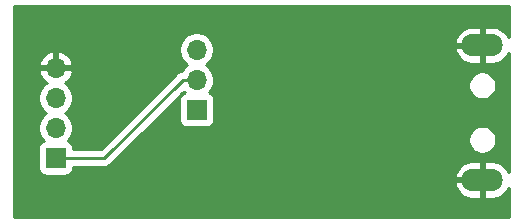
<source format=gbr>
G04 #@! TF.GenerationSoftware,KiCad,Pcbnew,(5.1.10)-1*
G04 #@! TF.CreationDate,2021-06-05T02:46:31+08:00*
G04 #@! TF.ProjectId,ch340,63683334-302e-46b6-9963-61645f706362,rev?*
G04 #@! TF.SameCoordinates,Original*
G04 #@! TF.FileFunction,Copper,L2,Bot*
G04 #@! TF.FilePolarity,Positive*
%FSLAX46Y46*%
G04 Gerber Fmt 4.6, Leading zero omitted, Abs format (unit mm)*
G04 Created by KiCad (PCBNEW (5.1.10)-1) date 2021-06-05 02:46:31*
%MOMM*%
%LPD*%
G01*
G04 APERTURE LIST*
G04 #@! TA.AperFunction,ComponentPad*
%ADD10O,3.500000X1.900000*%
G04 #@! TD*
G04 #@! TA.AperFunction,ComponentPad*
%ADD11R,1.700000X1.700000*%
G04 #@! TD*
G04 #@! TA.AperFunction,ComponentPad*
%ADD12O,1.700000X1.700000*%
G04 #@! TD*
G04 #@! TA.AperFunction,ViaPad*
%ADD13C,0.800000*%
G04 #@! TD*
G04 #@! TA.AperFunction,Conductor*
%ADD14C,0.250000*%
G04 #@! TD*
G04 #@! TA.AperFunction,Conductor*
%ADD15C,0.254000*%
G04 #@! TD*
G04 #@! TA.AperFunction,Conductor*
%ADD16C,0.100000*%
G04 #@! TD*
G04 APERTURE END LIST*
D10*
X157425000Y-92465900D03*
X157425000Y-103865900D03*
D11*
X121290000Y-102009000D03*
D12*
X121290000Y-99469000D03*
X121290000Y-96929000D03*
X121290000Y-94389000D03*
D11*
X133230000Y-97922000D03*
D12*
X133230000Y-95382000D03*
X133230000Y-92842000D03*
D13*
X138528000Y-94831600D03*
X139492100Y-92910700D03*
X146639600Y-98241600D03*
X149100000Y-105056800D03*
X145971700Y-92507300D03*
X149354100Y-101083900D03*
D14*
X133230000Y-95382000D02*
X132054700Y-95382000D01*
X132054700Y-95382000D02*
X125427700Y-102009000D01*
X125427700Y-102009000D02*
X121290000Y-102009000D01*
D15*
X159657180Y-91791312D02*
X159613436Y-91690917D01*
X159435566Y-91434938D01*
X159211175Y-91218578D01*
X158948886Y-91050152D01*
X158658778Y-90936132D01*
X158352000Y-90880900D01*
X157552000Y-90880900D01*
X157552000Y-92338900D01*
X157572000Y-92338900D01*
X157572000Y-92592900D01*
X157552000Y-92592900D01*
X157552000Y-94050900D01*
X158352000Y-94050900D01*
X158658778Y-93995668D01*
X158948886Y-93881648D01*
X159211175Y-93713222D01*
X159435566Y-93496862D01*
X159613436Y-93240883D01*
X159657180Y-93140488D01*
X159657181Y-103191313D01*
X159613436Y-103090917D01*
X159435566Y-102834938D01*
X159211175Y-102618578D01*
X158948886Y-102450152D01*
X158658778Y-102336132D01*
X158352000Y-102280900D01*
X157552000Y-102280900D01*
X157552000Y-103738900D01*
X157572000Y-103738900D01*
X157572000Y-103992900D01*
X157552000Y-103992900D01*
X157552000Y-105450900D01*
X158352000Y-105450900D01*
X158658778Y-105395668D01*
X158948886Y-105281648D01*
X159211175Y-105113222D01*
X159435566Y-104896862D01*
X159613436Y-104640883D01*
X159657181Y-104540487D01*
X159657181Y-107018220D01*
X117764160Y-107018220D01*
X117764160Y-104238488D01*
X155084414Y-104238488D01*
X155112051Y-104355121D01*
X155236564Y-104640883D01*
X155414434Y-104896862D01*
X155638825Y-105113222D01*
X155901114Y-105281648D01*
X156191222Y-105395668D01*
X156498000Y-105450900D01*
X157298000Y-105450900D01*
X157298000Y-103992900D01*
X155204416Y-103992900D01*
X155084414Y-104238488D01*
X117764160Y-104238488D01*
X117764160Y-101159000D01*
X119801928Y-101159000D01*
X119801928Y-102859000D01*
X119814188Y-102983482D01*
X119850498Y-103103180D01*
X119909463Y-103213494D01*
X119988815Y-103310185D01*
X120085506Y-103389537D01*
X120195820Y-103448502D01*
X120315518Y-103484812D01*
X120440000Y-103497072D01*
X122140000Y-103497072D01*
X122178177Y-103493312D01*
X155084414Y-103493312D01*
X155204416Y-103738900D01*
X157298000Y-103738900D01*
X157298000Y-102280900D01*
X156498000Y-102280900D01*
X156191222Y-102336132D01*
X155901114Y-102450152D01*
X155638825Y-102618578D01*
X155414434Y-102834938D01*
X155236564Y-103090917D01*
X155112051Y-103376679D01*
X155084414Y-103493312D01*
X122178177Y-103493312D01*
X122264482Y-103484812D01*
X122384180Y-103448502D01*
X122494494Y-103389537D01*
X122591185Y-103310185D01*
X122670537Y-103213494D01*
X122729502Y-103103180D01*
X122765812Y-102983482D01*
X122778072Y-102859000D01*
X122778072Y-102769000D01*
X125390378Y-102769000D01*
X125427700Y-102772676D01*
X125465022Y-102769000D01*
X125465033Y-102769000D01*
X125576686Y-102758003D01*
X125719947Y-102714546D01*
X125851976Y-102643974D01*
X125967701Y-102549001D01*
X125991504Y-102519997D01*
X128162313Y-100349188D01*
X156240000Y-100349188D01*
X156240000Y-100582612D01*
X156285539Y-100811552D01*
X156374866Y-101027208D01*
X156504550Y-101221294D01*
X156669606Y-101386350D01*
X156863692Y-101516034D01*
X157079348Y-101605361D01*
X157308288Y-101650900D01*
X157541712Y-101650900D01*
X157770652Y-101605361D01*
X157986308Y-101516034D01*
X158180394Y-101386350D01*
X158345450Y-101221294D01*
X158475134Y-101027208D01*
X158564461Y-100811552D01*
X158610000Y-100582612D01*
X158610000Y-100349188D01*
X158564461Y-100120248D01*
X158475134Y-99904592D01*
X158345450Y-99710506D01*
X158180394Y-99545450D01*
X157986308Y-99415766D01*
X157770652Y-99326439D01*
X157541712Y-99280900D01*
X157308288Y-99280900D01*
X157079348Y-99326439D01*
X156863692Y-99415766D01*
X156669606Y-99545450D01*
X156504550Y-99710506D01*
X156374866Y-99904592D01*
X156285539Y-100120248D01*
X156240000Y-100349188D01*
X128162313Y-100349188D01*
X132129697Y-96381804D01*
X132208380Y-96460487D01*
X132135820Y-96482498D01*
X132025506Y-96541463D01*
X131928815Y-96620815D01*
X131849463Y-96717506D01*
X131790498Y-96827820D01*
X131754188Y-96947518D01*
X131741928Y-97072000D01*
X131741928Y-98772000D01*
X131754188Y-98896482D01*
X131790498Y-99016180D01*
X131849463Y-99126494D01*
X131928815Y-99223185D01*
X132025506Y-99302537D01*
X132135820Y-99361502D01*
X132255518Y-99397812D01*
X132380000Y-99410072D01*
X134080000Y-99410072D01*
X134204482Y-99397812D01*
X134324180Y-99361502D01*
X134434494Y-99302537D01*
X134531185Y-99223185D01*
X134610537Y-99126494D01*
X134669502Y-99016180D01*
X134705812Y-98896482D01*
X134718072Y-98772000D01*
X134718072Y-97072000D01*
X134705812Y-96947518D01*
X134669502Y-96827820D01*
X134610537Y-96717506D01*
X134531185Y-96620815D01*
X134434494Y-96541463D01*
X134324180Y-96482498D01*
X134251620Y-96460487D01*
X134383475Y-96328632D01*
X134545990Y-96085411D01*
X134657932Y-95815158D01*
X134671054Y-95749188D01*
X156240000Y-95749188D01*
X156240000Y-95982612D01*
X156285539Y-96211552D01*
X156374866Y-96427208D01*
X156504550Y-96621294D01*
X156669606Y-96786350D01*
X156863692Y-96916034D01*
X157079348Y-97005361D01*
X157308288Y-97050900D01*
X157541712Y-97050900D01*
X157770652Y-97005361D01*
X157986308Y-96916034D01*
X158180394Y-96786350D01*
X158345450Y-96621294D01*
X158475134Y-96427208D01*
X158564461Y-96211552D01*
X158610000Y-95982612D01*
X158610000Y-95749188D01*
X158564461Y-95520248D01*
X158475134Y-95304592D01*
X158345450Y-95110506D01*
X158180394Y-94945450D01*
X157986308Y-94815766D01*
X157770652Y-94726439D01*
X157541712Y-94680900D01*
X157308288Y-94680900D01*
X157079348Y-94726439D01*
X156863692Y-94815766D01*
X156669606Y-94945450D01*
X156504550Y-95110506D01*
X156374866Y-95304592D01*
X156285539Y-95520248D01*
X156240000Y-95749188D01*
X134671054Y-95749188D01*
X134715000Y-95528260D01*
X134715000Y-95235740D01*
X134657932Y-94948842D01*
X134545990Y-94678589D01*
X134383475Y-94435368D01*
X134176632Y-94228525D01*
X134002240Y-94112000D01*
X134176632Y-93995475D01*
X134383475Y-93788632D01*
X134545990Y-93545411D01*
X134657932Y-93275158D01*
X134715000Y-92988260D01*
X134715000Y-92838488D01*
X155084414Y-92838488D01*
X155112051Y-92955121D01*
X155236564Y-93240883D01*
X155414434Y-93496862D01*
X155638825Y-93713222D01*
X155901114Y-93881648D01*
X156191222Y-93995668D01*
X156498000Y-94050900D01*
X157298000Y-94050900D01*
X157298000Y-92592900D01*
X155204416Y-92592900D01*
X155084414Y-92838488D01*
X134715000Y-92838488D01*
X134715000Y-92695740D01*
X134657932Y-92408842D01*
X134545990Y-92138589D01*
X134515737Y-92093312D01*
X155084414Y-92093312D01*
X155204416Y-92338900D01*
X157298000Y-92338900D01*
X157298000Y-90880900D01*
X156498000Y-90880900D01*
X156191222Y-90936132D01*
X155901114Y-91050152D01*
X155638825Y-91218578D01*
X155414434Y-91434938D01*
X155236564Y-91690917D01*
X155112051Y-91976679D01*
X155084414Y-92093312D01*
X134515737Y-92093312D01*
X134383475Y-91895368D01*
X134176632Y-91688525D01*
X133933411Y-91526010D01*
X133663158Y-91414068D01*
X133376260Y-91357000D01*
X133083740Y-91357000D01*
X132796842Y-91414068D01*
X132526589Y-91526010D01*
X132283368Y-91688525D01*
X132076525Y-91895368D01*
X131914010Y-92138589D01*
X131802068Y-92408842D01*
X131745000Y-92695740D01*
X131745000Y-92988260D01*
X131802068Y-93275158D01*
X131914010Y-93545411D01*
X132076525Y-93788632D01*
X132283368Y-93995475D01*
X132457760Y-94112000D01*
X132283368Y-94228525D01*
X132076525Y-94435368D01*
X131947204Y-94628911D01*
X131905714Y-94632997D01*
X131762453Y-94676454D01*
X131630424Y-94747026D01*
X131514699Y-94841999D01*
X131490901Y-94870997D01*
X125112899Y-101249000D01*
X122778072Y-101249000D01*
X122778072Y-101159000D01*
X122765812Y-101034518D01*
X122729502Y-100914820D01*
X122670537Y-100804506D01*
X122591185Y-100707815D01*
X122494494Y-100628463D01*
X122384180Y-100569498D01*
X122311620Y-100547487D01*
X122443475Y-100415632D01*
X122605990Y-100172411D01*
X122717932Y-99902158D01*
X122775000Y-99615260D01*
X122775000Y-99322740D01*
X122717932Y-99035842D01*
X122605990Y-98765589D01*
X122443475Y-98522368D01*
X122236632Y-98315525D01*
X122062240Y-98199000D01*
X122236632Y-98082475D01*
X122443475Y-97875632D01*
X122605990Y-97632411D01*
X122717932Y-97362158D01*
X122775000Y-97075260D01*
X122775000Y-96782740D01*
X122717932Y-96495842D01*
X122605990Y-96225589D01*
X122443475Y-95982368D01*
X122236632Y-95775525D01*
X122054466Y-95653805D01*
X122171355Y-95584178D01*
X122387588Y-95389269D01*
X122561641Y-95155920D01*
X122686825Y-94893099D01*
X122731476Y-94745890D01*
X122610155Y-94516000D01*
X121417000Y-94516000D01*
X121417000Y-94536000D01*
X121163000Y-94536000D01*
X121163000Y-94516000D01*
X119969845Y-94516000D01*
X119848524Y-94745890D01*
X119893175Y-94893099D01*
X120018359Y-95155920D01*
X120192412Y-95389269D01*
X120408645Y-95584178D01*
X120525534Y-95653805D01*
X120343368Y-95775525D01*
X120136525Y-95982368D01*
X119974010Y-96225589D01*
X119862068Y-96495842D01*
X119805000Y-96782740D01*
X119805000Y-97075260D01*
X119862068Y-97362158D01*
X119974010Y-97632411D01*
X120136525Y-97875632D01*
X120343368Y-98082475D01*
X120517760Y-98199000D01*
X120343368Y-98315525D01*
X120136525Y-98522368D01*
X119974010Y-98765589D01*
X119862068Y-99035842D01*
X119805000Y-99322740D01*
X119805000Y-99615260D01*
X119862068Y-99902158D01*
X119974010Y-100172411D01*
X120136525Y-100415632D01*
X120268380Y-100547487D01*
X120195820Y-100569498D01*
X120085506Y-100628463D01*
X119988815Y-100707815D01*
X119909463Y-100804506D01*
X119850498Y-100914820D01*
X119814188Y-101034518D01*
X119801928Y-101159000D01*
X117764160Y-101159000D01*
X117764160Y-94032110D01*
X119848524Y-94032110D01*
X119969845Y-94262000D01*
X121163000Y-94262000D01*
X121163000Y-93068186D01*
X121417000Y-93068186D01*
X121417000Y-94262000D01*
X122610155Y-94262000D01*
X122731476Y-94032110D01*
X122686825Y-93884901D01*
X122561641Y-93622080D01*
X122387588Y-93388731D01*
X122171355Y-93193822D01*
X121921252Y-93044843D01*
X121646891Y-92947519D01*
X121417000Y-93068186D01*
X121163000Y-93068186D01*
X120933109Y-92947519D01*
X120658748Y-93044843D01*
X120408645Y-93193822D01*
X120192412Y-93388731D01*
X120018359Y-93622080D01*
X119893175Y-93884901D01*
X119848524Y-94032110D01*
X117764160Y-94032110D01*
X117764160Y-89156140D01*
X159657180Y-89156140D01*
X159657180Y-91791312D01*
G04 #@! TA.AperFunction,Conductor*
D16*
G36*
X159657180Y-91791312D02*
G01*
X159613436Y-91690917D01*
X159435566Y-91434938D01*
X159211175Y-91218578D01*
X158948886Y-91050152D01*
X158658778Y-90936132D01*
X158352000Y-90880900D01*
X157552000Y-90880900D01*
X157552000Y-92338900D01*
X157572000Y-92338900D01*
X157572000Y-92592900D01*
X157552000Y-92592900D01*
X157552000Y-94050900D01*
X158352000Y-94050900D01*
X158658778Y-93995668D01*
X158948886Y-93881648D01*
X159211175Y-93713222D01*
X159435566Y-93496862D01*
X159613436Y-93240883D01*
X159657180Y-93140488D01*
X159657181Y-103191313D01*
X159613436Y-103090917D01*
X159435566Y-102834938D01*
X159211175Y-102618578D01*
X158948886Y-102450152D01*
X158658778Y-102336132D01*
X158352000Y-102280900D01*
X157552000Y-102280900D01*
X157552000Y-103738900D01*
X157572000Y-103738900D01*
X157572000Y-103992900D01*
X157552000Y-103992900D01*
X157552000Y-105450900D01*
X158352000Y-105450900D01*
X158658778Y-105395668D01*
X158948886Y-105281648D01*
X159211175Y-105113222D01*
X159435566Y-104896862D01*
X159613436Y-104640883D01*
X159657181Y-104540487D01*
X159657181Y-107018220D01*
X117764160Y-107018220D01*
X117764160Y-104238488D01*
X155084414Y-104238488D01*
X155112051Y-104355121D01*
X155236564Y-104640883D01*
X155414434Y-104896862D01*
X155638825Y-105113222D01*
X155901114Y-105281648D01*
X156191222Y-105395668D01*
X156498000Y-105450900D01*
X157298000Y-105450900D01*
X157298000Y-103992900D01*
X155204416Y-103992900D01*
X155084414Y-104238488D01*
X117764160Y-104238488D01*
X117764160Y-101159000D01*
X119801928Y-101159000D01*
X119801928Y-102859000D01*
X119814188Y-102983482D01*
X119850498Y-103103180D01*
X119909463Y-103213494D01*
X119988815Y-103310185D01*
X120085506Y-103389537D01*
X120195820Y-103448502D01*
X120315518Y-103484812D01*
X120440000Y-103497072D01*
X122140000Y-103497072D01*
X122178177Y-103493312D01*
X155084414Y-103493312D01*
X155204416Y-103738900D01*
X157298000Y-103738900D01*
X157298000Y-102280900D01*
X156498000Y-102280900D01*
X156191222Y-102336132D01*
X155901114Y-102450152D01*
X155638825Y-102618578D01*
X155414434Y-102834938D01*
X155236564Y-103090917D01*
X155112051Y-103376679D01*
X155084414Y-103493312D01*
X122178177Y-103493312D01*
X122264482Y-103484812D01*
X122384180Y-103448502D01*
X122494494Y-103389537D01*
X122591185Y-103310185D01*
X122670537Y-103213494D01*
X122729502Y-103103180D01*
X122765812Y-102983482D01*
X122778072Y-102859000D01*
X122778072Y-102769000D01*
X125390378Y-102769000D01*
X125427700Y-102772676D01*
X125465022Y-102769000D01*
X125465033Y-102769000D01*
X125576686Y-102758003D01*
X125719947Y-102714546D01*
X125851976Y-102643974D01*
X125967701Y-102549001D01*
X125991504Y-102519997D01*
X128162313Y-100349188D01*
X156240000Y-100349188D01*
X156240000Y-100582612D01*
X156285539Y-100811552D01*
X156374866Y-101027208D01*
X156504550Y-101221294D01*
X156669606Y-101386350D01*
X156863692Y-101516034D01*
X157079348Y-101605361D01*
X157308288Y-101650900D01*
X157541712Y-101650900D01*
X157770652Y-101605361D01*
X157986308Y-101516034D01*
X158180394Y-101386350D01*
X158345450Y-101221294D01*
X158475134Y-101027208D01*
X158564461Y-100811552D01*
X158610000Y-100582612D01*
X158610000Y-100349188D01*
X158564461Y-100120248D01*
X158475134Y-99904592D01*
X158345450Y-99710506D01*
X158180394Y-99545450D01*
X157986308Y-99415766D01*
X157770652Y-99326439D01*
X157541712Y-99280900D01*
X157308288Y-99280900D01*
X157079348Y-99326439D01*
X156863692Y-99415766D01*
X156669606Y-99545450D01*
X156504550Y-99710506D01*
X156374866Y-99904592D01*
X156285539Y-100120248D01*
X156240000Y-100349188D01*
X128162313Y-100349188D01*
X132129697Y-96381804D01*
X132208380Y-96460487D01*
X132135820Y-96482498D01*
X132025506Y-96541463D01*
X131928815Y-96620815D01*
X131849463Y-96717506D01*
X131790498Y-96827820D01*
X131754188Y-96947518D01*
X131741928Y-97072000D01*
X131741928Y-98772000D01*
X131754188Y-98896482D01*
X131790498Y-99016180D01*
X131849463Y-99126494D01*
X131928815Y-99223185D01*
X132025506Y-99302537D01*
X132135820Y-99361502D01*
X132255518Y-99397812D01*
X132380000Y-99410072D01*
X134080000Y-99410072D01*
X134204482Y-99397812D01*
X134324180Y-99361502D01*
X134434494Y-99302537D01*
X134531185Y-99223185D01*
X134610537Y-99126494D01*
X134669502Y-99016180D01*
X134705812Y-98896482D01*
X134718072Y-98772000D01*
X134718072Y-97072000D01*
X134705812Y-96947518D01*
X134669502Y-96827820D01*
X134610537Y-96717506D01*
X134531185Y-96620815D01*
X134434494Y-96541463D01*
X134324180Y-96482498D01*
X134251620Y-96460487D01*
X134383475Y-96328632D01*
X134545990Y-96085411D01*
X134657932Y-95815158D01*
X134671054Y-95749188D01*
X156240000Y-95749188D01*
X156240000Y-95982612D01*
X156285539Y-96211552D01*
X156374866Y-96427208D01*
X156504550Y-96621294D01*
X156669606Y-96786350D01*
X156863692Y-96916034D01*
X157079348Y-97005361D01*
X157308288Y-97050900D01*
X157541712Y-97050900D01*
X157770652Y-97005361D01*
X157986308Y-96916034D01*
X158180394Y-96786350D01*
X158345450Y-96621294D01*
X158475134Y-96427208D01*
X158564461Y-96211552D01*
X158610000Y-95982612D01*
X158610000Y-95749188D01*
X158564461Y-95520248D01*
X158475134Y-95304592D01*
X158345450Y-95110506D01*
X158180394Y-94945450D01*
X157986308Y-94815766D01*
X157770652Y-94726439D01*
X157541712Y-94680900D01*
X157308288Y-94680900D01*
X157079348Y-94726439D01*
X156863692Y-94815766D01*
X156669606Y-94945450D01*
X156504550Y-95110506D01*
X156374866Y-95304592D01*
X156285539Y-95520248D01*
X156240000Y-95749188D01*
X134671054Y-95749188D01*
X134715000Y-95528260D01*
X134715000Y-95235740D01*
X134657932Y-94948842D01*
X134545990Y-94678589D01*
X134383475Y-94435368D01*
X134176632Y-94228525D01*
X134002240Y-94112000D01*
X134176632Y-93995475D01*
X134383475Y-93788632D01*
X134545990Y-93545411D01*
X134657932Y-93275158D01*
X134715000Y-92988260D01*
X134715000Y-92838488D01*
X155084414Y-92838488D01*
X155112051Y-92955121D01*
X155236564Y-93240883D01*
X155414434Y-93496862D01*
X155638825Y-93713222D01*
X155901114Y-93881648D01*
X156191222Y-93995668D01*
X156498000Y-94050900D01*
X157298000Y-94050900D01*
X157298000Y-92592900D01*
X155204416Y-92592900D01*
X155084414Y-92838488D01*
X134715000Y-92838488D01*
X134715000Y-92695740D01*
X134657932Y-92408842D01*
X134545990Y-92138589D01*
X134515737Y-92093312D01*
X155084414Y-92093312D01*
X155204416Y-92338900D01*
X157298000Y-92338900D01*
X157298000Y-90880900D01*
X156498000Y-90880900D01*
X156191222Y-90936132D01*
X155901114Y-91050152D01*
X155638825Y-91218578D01*
X155414434Y-91434938D01*
X155236564Y-91690917D01*
X155112051Y-91976679D01*
X155084414Y-92093312D01*
X134515737Y-92093312D01*
X134383475Y-91895368D01*
X134176632Y-91688525D01*
X133933411Y-91526010D01*
X133663158Y-91414068D01*
X133376260Y-91357000D01*
X133083740Y-91357000D01*
X132796842Y-91414068D01*
X132526589Y-91526010D01*
X132283368Y-91688525D01*
X132076525Y-91895368D01*
X131914010Y-92138589D01*
X131802068Y-92408842D01*
X131745000Y-92695740D01*
X131745000Y-92988260D01*
X131802068Y-93275158D01*
X131914010Y-93545411D01*
X132076525Y-93788632D01*
X132283368Y-93995475D01*
X132457760Y-94112000D01*
X132283368Y-94228525D01*
X132076525Y-94435368D01*
X131947204Y-94628911D01*
X131905714Y-94632997D01*
X131762453Y-94676454D01*
X131630424Y-94747026D01*
X131514699Y-94841999D01*
X131490901Y-94870997D01*
X125112899Y-101249000D01*
X122778072Y-101249000D01*
X122778072Y-101159000D01*
X122765812Y-101034518D01*
X122729502Y-100914820D01*
X122670537Y-100804506D01*
X122591185Y-100707815D01*
X122494494Y-100628463D01*
X122384180Y-100569498D01*
X122311620Y-100547487D01*
X122443475Y-100415632D01*
X122605990Y-100172411D01*
X122717932Y-99902158D01*
X122775000Y-99615260D01*
X122775000Y-99322740D01*
X122717932Y-99035842D01*
X122605990Y-98765589D01*
X122443475Y-98522368D01*
X122236632Y-98315525D01*
X122062240Y-98199000D01*
X122236632Y-98082475D01*
X122443475Y-97875632D01*
X122605990Y-97632411D01*
X122717932Y-97362158D01*
X122775000Y-97075260D01*
X122775000Y-96782740D01*
X122717932Y-96495842D01*
X122605990Y-96225589D01*
X122443475Y-95982368D01*
X122236632Y-95775525D01*
X122054466Y-95653805D01*
X122171355Y-95584178D01*
X122387588Y-95389269D01*
X122561641Y-95155920D01*
X122686825Y-94893099D01*
X122731476Y-94745890D01*
X122610155Y-94516000D01*
X121417000Y-94516000D01*
X121417000Y-94536000D01*
X121163000Y-94536000D01*
X121163000Y-94516000D01*
X119969845Y-94516000D01*
X119848524Y-94745890D01*
X119893175Y-94893099D01*
X120018359Y-95155920D01*
X120192412Y-95389269D01*
X120408645Y-95584178D01*
X120525534Y-95653805D01*
X120343368Y-95775525D01*
X120136525Y-95982368D01*
X119974010Y-96225589D01*
X119862068Y-96495842D01*
X119805000Y-96782740D01*
X119805000Y-97075260D01*
X119862068Y-97362158D01*
X119974010Y-97632411D01*
X120136525Y-97875632D01*
X120343368Y-98082475D01*
X120517760Y-98199000D01*
X120343368Y-98315525D01*
X120136525Y-98522368D01*
X119974010Y-98765589D01*
X119862068Y-99035842D01*
X119805000Y-99322740D01*
X119805000Y-99615260D01*
X119862068Y-99902158D01*
X119974010Y-100172411D01*
X120136525Y-100415632D01*
X120268380Y-100547487D01*
X120195820Y-100569498D01*
X120085506Y-100628463D01*
X119988815Y-100707815D01*
X119909463Y-100804506D01*
X119850498Y-100914820D01*
X119814188Y-101034518D01*
X119801928Y-101159000D01*
X117764160Y-101159000D01*
X117764160Y-94032110D01*
X119848524Y-94032110D01*
X119969845Y-94262000D01*
X121163000Y-94262000D01*
X121163000Y-93068186D01*
X121417000Y-93068186D01*
X121417000Y-94262000D01*
X122610155Y-94262000D01*
X122731476Y-94032110D01*
X122686825Y-93884901D01*
X122561641Y-93622080D01*
X122387588Y-93388731D01*
X122171355Y-93193822D01*
X121921252Y-93044843D01*
X121646891Y-92947519D01*
X121417000Y-93068186D01*
X121163000Y-93068186D01*
X120933109Y-92947519D01*
X120658748Y-93044843D01*
X120408645Y-93193822D01*
X120192412Y-93388731D01*
X120018359Y-93622080D01*
X119893175Y-93884901D01*
X119848524Y-94032110D01*
X117764160Y-94032110D01*
X117764160Y-89156140D01*
X159657180Y-89156140D01*
X159657180Y-91791312D01*
G37*
G04 #@! TD.AperFunction*
M02*

</source>
